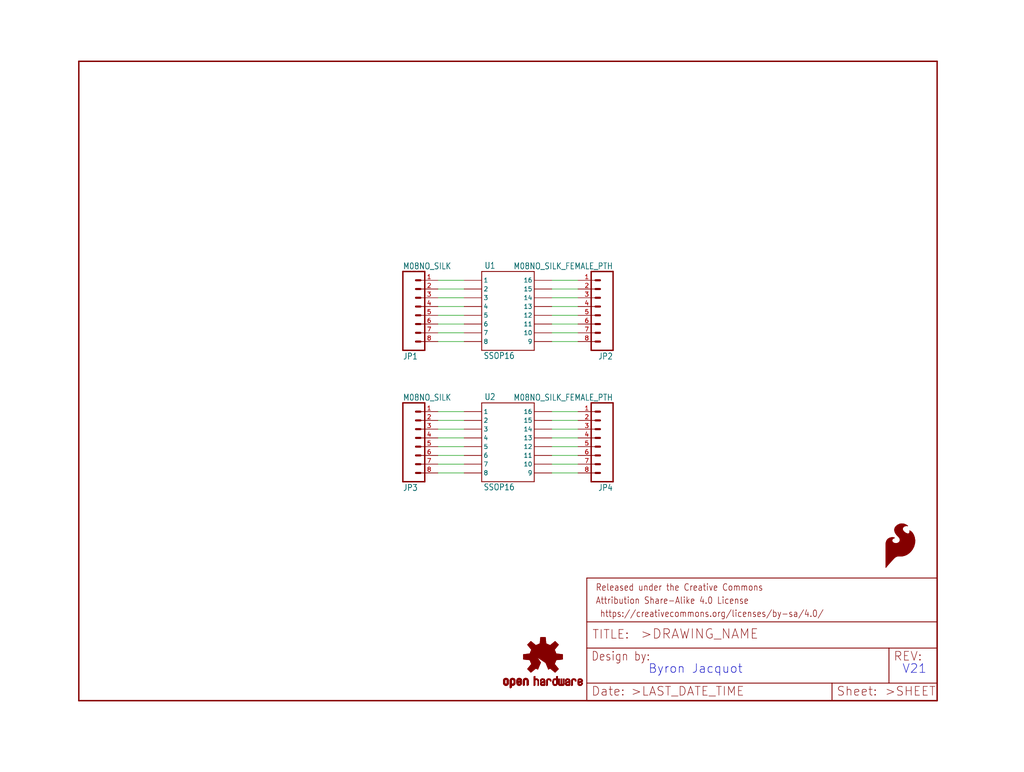
<source format=kicad_sch>
(kicad_sch (version 20211123) (generator eeschema)
  (paper "User" 297.002 223.926)
  (lib_symbols
    (symbol "eagleSchem-eagle-import:FRAME-LETTER"
      (symbol "FRAME-LETTER_2_0"
        (text " https://creativecommons.org/licenses/by-sa/4.0/" (at 2.54 24.13 0) (effects (font (size 1.9304 1.6408)) (justify left bottom)))
        (text ">DRAWING_NAME" (at 15.494 17.78 0) (effects (font (size 2.7432 2.7432)) (justify left bottom)))
        (text ">LAST_DATE_TIME" (at 12.7 1.27 0) (effects (font (size 2.54 2.54)) (justify left bottom)))
        (text ">SHEET" (at 86.36 1.27 0) (effects (font (size 2.54 2.54)) (justify left bottom)))
        (text "Attribution Share-Alike 4.0 License" (at 2.54 27.94 0) (effects (font (size 1.9304 1.6408)) (justify left bottom)))
        (text "Date:" (at 1.27 1.27 0) (effects (font (size 2.54 2.54)) (justify left bottom)))
        (text "Design by:" (at 1.27 11.43 0) (effects (font (size 2.54 2.159)) (justify left bottom)))
        (text "Released under the Creative Commons" (at 2.54 31.75 0) (effects (font (size 1.9304 1.6408)) (justify left bottom)))
        (text "REV:" (at 88.9 11.43 0) (effects (font (size 2.54 2.54)) (justify left bottom)))
        (text "Sheet:" (at 72.39 1.27 0) (effects (font (size 2.54 2.54)) (justify left bottom)))
        (text "TITLE:" (at 1.524 17.78 0) (effects (font (size 2.54 2.54)) (justify left bottom)))
      )
    )
    (symbol "eagleSchem-eagle-import:M08NO_SILK"
      (property "Reference" "J" (at -5.08 13.462 0))
      (property "Value" "M08NO_SILK" (at -5.08 -12.7 0))
      (symbol "M08NO_SILK_1_0"
        (pin passive line (at 5.08 -7.62 180) (length 5.08) (name "1") (number "1"))
        (pin passive line (at 5.08 -5.08 180) (length 5.08) (name "2") (number "2"))
        (pin passive line (at 5.08 -2.54 180) (length 5.08) (name "3") (number "3"))
        (pin passive line (at 5.08 0 180) (length 5.08) (name "4") (number "4"))
        (pin passive line (at 5.08 2.54 180) (length 5.08) (name "5") (number "5"))
        (pin passive line (at 5.08 5.08 180) (length 5.08) (name "6") (number "6"))
        (pin passive line (at 5.08 7.62 180) (length 5.08) (name "7") (number "7"))
        (pin passive line (at 5.08 10.16 180) (length 5.08) (name "8") (number "8"))
      )
    )
    (symbol "eagleSchem-eagle-import:M08NO_SILK_FEMALE_PTH"
      (property "Reference" "J" (at -5.08 13.462 0))
      (property "Value" "M08NO_SILK_FEMALE_PTH" (at -5.08 -12.7 0))
      (symbol "M08NO_SILK_FEMALE_PTH_1_0"
        (pin passive line (at 5.08 -7.62 180) (length 5.08) (name "1") (number "1"))
        (pin passive line (at 5.08 -5.08 180) (length 5.08) (name "2") (number "2"))
        (pin passive line (at 5.08 -2.54 180) (length 5.08) (name "3") (number "3"))
        (pin passive line (at 5.08 0 180) (length 5.08) (name "4") (number "4"))
        (pin passive line (at 5.08 2.54 180) (length 5.08) (name "5") (number "5"))
        (pin passive line (at 5.08 5.08 180) (length 5.08) (name "6") (number "6"))
        (pin passive line (at 5.08 7.62 180) (length 5.08) (name "7") (number "7"))
        (pin passive line (at 5.08 10.16 180) (length 5.08) (name "8") (number "8"))
      )
    )
    (symbol "eagleSchem-eagle-import:OSHW-LOGOS")
    (symbol "eagleSchem-eagle-import:SFE_LOGO_FLAME.1_INCH")
    (symbol "eagleSchem-eagle-import:SSOP16"
      (property "Reference" "U" (at -6.858 10.922 0))
      (property "Value" "SSOP16" (at -7.112 -15.24 0))
      (symbol "SSOP16_1_0"
        (pin bidirectional line (at -12.7 7.62 0) (length 5.08) (name "1") (number "P$1"))
        (pin bidirectional line (at 12.7 -7.62 180) (length 5.08) (name "10") (number "P$10"))
        (pin bidirectional line (at 12.7 -5.08 180) (length 5.08) (name "11") (number "P$11"))
        (pin bidirectional line (at 12.7 -2.54 180) (length 5.08) (name "12") (number "P$12"))
        (pin bidirectional line (at 12.7 0 180) (length 5.08) (name "13") (number "P$13"))
        (pin bidirectional line (at 12.7 2.54 180) (length 5.08) (name "14") (number "P$14"))
        (pin bidirectional line (at 12.7 5.08 180) (length 5.08) (name "15") (number "P$15"))
        (pin bidirectional line (at 12.7 7.62 180) (length 5.08) (name "16") (number "P$16"))
        (pin bidirectional line (at -12.7 5.08 0) (length 5.08) (name "2") (number "P$2"))
        (pin bidirectional line (at -12.7 2.54 0) (length 5.08) (name "3") (number "P$3"))
        (pin bidirectional line (at -12.7 0 0) (length 5.08) (name "4") (number "P$4"))
        (pin bidirectional line (at -12.7 -2.54 0) (length 5.08) (name "5") (number "P$5"))
        (pin bidirectional line (at -12.7 -5.08 0) (length 5.08) (name "6") (number "P$6"))
        (pin bidirectional line (at -12.7 -7.62 0) (length 5.08) (name "7") (number "P$7"))
        (pin bidirectional line (at -12.7 -10.16 0) (length 5.08) (name "8") (number "P$8"))
        (pin bidirectional line (at 12.7 -10.16 180) (length 5.08) (name "9") (number "P$9"))
      )
    )
  )
  (wire (pts (xy 127 137.16) (xy 134.62 137.16)))
  (wire (pts (xy 127 134.62) (xy 134.62 134.62)))
  (wire (pts (xy 127 124.46) (xy 134.62 124.46)))
  (wire (pts (xy 127 96.52) (xy 134.62 96.52)))
  (wire (pts (xy 127 86.36) (xy 134.62 86.36)))
  (wire (pts (xy 167.64 99.06) (xy 160.02 99.06)))
  (wire (pts (xy 167.64 93.98) (xy 160.02 93.98)))
  (wire (pts (xy 167.64 81.28) (xy 160.02 81.28)))
  (wire (pts (xy 167.64 124.46) (xy 160.02 124.46)))
  (wire (pts (xy 167.64 134.62) (xy 160.02 134.62)))
  (wire (pts (xy 127 99.06) (xy 134.62 99.06)))
  (wire (pts (xy 167.64 96.52) (xy 160.02 96.52)))
  (wire (pts (xy 127 129.54) (xy 134.62 129.54)))
  (wire (pts (xy 127 127) (xy 134.62 127)))
  (wire (pts (xy 127 93.98) (xy 134.62 93.98)))
  (wire (pts (xy 127 119.38) (xy 134.62 119.38)))
  (wire (pts (xy 127 83.82) (xy 134.62 83.82)))
  (wire (pts (xy 167.64 129.54) (xy 160.02 129.54)))
  (wire (pts (xy 167.64 91.44) (xy 160.02 91.44)))
  (wire (pts (xy 127 91.44) (xy 134.62 91.44)))
  (wire (pts (xy 167.64 83.82) (xy 160.02 83.82)))
  (wire (pts (xy 167.64 88.9) (xy 160.02 88.9)))
  (wire (pts (xy 167.64 86.36) (xy 160.02 86.36)))
  (wire (pts (xy 127 81.28) (xy 134.62 81.28)))
  (wire (pts (xy 167.64 121.92) (xy 160.02 121.92)))
  (wire (pts (xy 167.64 137.16) (xy 160.02 137.16)))
  (wire (pts (xy 167.64 119.38) (xy 160.02 119.38)))
  (wire (pts (xy 167.64 127) (xy 160.02 127)))
  (wire (pts (xy 167.64 132.08) (xy 160.02 132.08)))
  (wire (pts (xy 127 132.08) (xy 134.62 132.08)))
  (wire (pts (xy 127 121.92) (xy 134.62 121.92)))
  (wire (pts (xy 127 88.9) (xy 134.62 88.9)))
  (text "Byron Jacquot" (at 187.96 195.58 180) (effects (font (size 2.54 2.54)) (justify left bottom)))
  (text "V21" (at 261.62 195.58 180) (effects (font (size 2.54 2.54)) (justify left bottom)))
  (symbol (lib_id "eagleSchem-eagle-import:FRAME-LETTER") (at 22.86 203.2 0) (unit 1)
    (property "Reference" "FRAME1" (effects hide))
    (property "Value" "FRAME-LETTER" (effects hide))
    (property "Footprint" "eagleSchem:CREATIVE_COMMONS" (effects hide))
  )
  (symbol (lib_id "eagleSchem-eagle-import:SFE_LOGO_FLAME.1_INCH") (at 256.54 165.1 0) (unit 1)
    (property "Reference" "LOGO2" (effects hide))
    (property "Value" "SFE_LOGO_FLAME.1_INCH" (effects hide))
    (property "Footprint" "eagleSchem:SFE_LOGO_FLAME_.1" (effects hide))
  )
  (symbol (lib_id "eagleSchem-eagle-import:M08NO_SILK_FEMALE_PTH") (at 172.72 127 180) (unit 1)
    (property "Reference" "JP4" (at 177.8 140.462 0) (effects (font (size 1.778 1.5113)) (justify left bottom)))
    (property "Value" "M08NO_SILK_FEMALE_PTH" (at 177.8 114.3 0) (effects (font (size 1.778 1.5113)) (justify left bottom)))
    (property "Footprint" "eagleSchem:1X08_NO_SILK" (effects hide))
  )
  (symbol (lib_id "eagleSchem-eagle-import:SSOP16") (at 147.32 88.9 0) (unit 1)
    (property "Reference" "U1" (at 140.462 77.978 0) (effects (font (size 1.778 1.5113)) (justify left bottom)))
    (property "Value" "SSOP16" (at 140.208 104.14 0) (effects (font (size 1.778 1.5113)) (justify left bottom)))
    (property "Footprint" "eagleSchem:SSOP16" (effects hide))
  )
  (symbol (lib_id "eagleSchem-eagle-import:SFE_LOGO_FLAME.1_INCH") (at 256.54 165.1 0) (unit 1)
    (property "Reference" "LOGO1" (effects hide))
    (property "Value" "SFE_LOGO_FLAME.1_INCH" (effects hide))
    (property "Footprint" "eagleSchem:SFE_LOGO_FLAME_.1" (effects hide))
  )
  (symbol (lib_id "eagleSchem-eagle-import:OSHW-LOGOS") (at 157.48 190.5 0) (unit 1)
    (property "Reference" "LOGO3" (effects hide))
    (property "Value" "OSHW-LOGOS" (effects hide))
    (property "Footprint" "eagleSchem:OSHW-LOGO-S" (effects hide))
  )
  (symbol (lib_id "eagleSchem-eagle-import:M08NO_SILK") (at 121.92 88.9 0) (mirror x) (unit 1)
    (property "Reference" "JP1" (at 116.84 102.362 0) (effects (font (size 1.778 1.5113)) (justify left bottom)))
    (property "Value" "M08NO_SILK" (at 116.84 76.2 0) (effects (font (size 1.778 1.5113)) (justify left bottom)))
    (property "Footprint" "eagleSchem:1X08_PIN1_NO_SILK" (effects hide))
  )
  (symbol (lib_id "eagleSchem-eagle-import:M08NO_SILK") (at 121.92 127 0) (mirror x) (unit 1)
    (property "Reference" "JP3" (at 116.84 140.462 0) (effects (font (size 1.778 1.5113)) (justify left bottom)))
    (property "Value" "M08NO_SILK" (at 116.84 114.3 0) (effects (font (size 1.778 1.5113)) (justify left bottom)))
    (property "Footprint" "eagleSchem:1X08_PIN1_NO_SILK" (effects hide))
  )
  (symbol (lib_id "eagleSchem-eagle-import:FRAME-LETTER") (at 170.18 203.2 0) (unit 2)
    (property "Reference" "FRAME1" (effects hide))
    (property "Value" "FRAME-LETTER" (effects hide))
    (property "Footprint" "eagleSchem:CREATIVE_COMMONS" (effects hide))
  )
  (symbol (lib_id "eagleSchem-eagle-import:OSHW-LOGOS") (at 157.48 190.5 0) (unit 1)
    (property "Reference" "LOGO4" (effects hide))
    (property "Value" "OSHW-LOGOS" (effects hide))
    (property "Footprint" "eagleSchem:OSHW-LOGO-S" (effects hide))
  )
  (symbol (lib_id "eagleSchem-eagle-import:M08NO_SILK_FEMALE_PTH") (at 172.72 88.9 180) (unit 1)
    (property "Reference" "JP2" (at 177.8 102.362 0) (effects (font (size 1.778 1.5113)) (justify left bottom)))
    (property "Value" "M08NO_SILK_FEMALE_PTH" (at 177.8 76.2 0) (effects (font (size 1.778 1.5113)) (justify left bottom)))
    (property "Footprint" "eagleSchem:1X08_NO_SILK" (effects hide))
  )
  (symbol (lib_id "eagleSchem-eagle-import:SSOP16") (at 147.32 127 0) (unit 1)
    (property "Reference" "U2" (at 140.462 116.078 0) (effects (font (size 1.778 1.5113)) (justify left bottom)))
    (property "Value" "SSOP16" (at 140.208 142.24 0) (effects (font (size 1.778 1.5113)) (justify left bottom)))
    (property "Footprint" "eagleSchem:SSOP16" (effects hide))
  )
)
</source>
